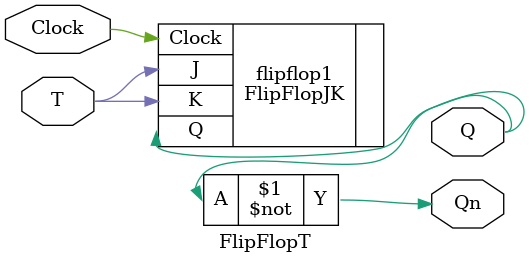
<source format=v>

module FlipFlopT (T, Clock, Q, Qn);

	input T, Clock;
	output Q, Qn;
	
	FlipFlopJK flipflop1 (.J(T), .K(T), .Clock(Clock), .Q(Q));
	not (Qn, Q);

endmodule 
</source>
